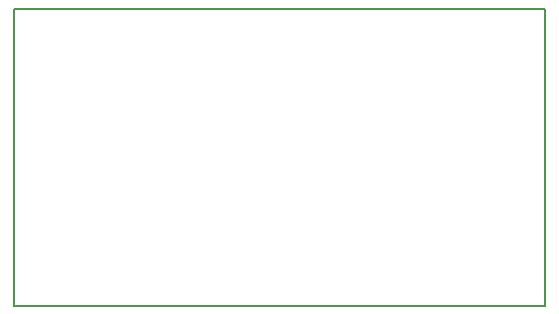
<source format=gbr>
G04 #@! TF.FileFunction,Profile,NP*
%FSLAX46Y46*%
G04 Gerber Fmt 4.6, Leading zero omitted, Abs format (unit mm)*
G04 Created by KiCad (PCBNEW 4.0.4-stable) date 01/06/17 20:42:19*
%MOMM*%
%LPD*%
G01*
G04 APERTURE LIST*
%ADD10C,0.100000*%
%ADD11C,0.150000*%
G04 APERTURE END LIST*
D10*
D11*
X38100000Y-111760000D02*
X83058000Y-111760000D01*
X83058000Y-86614000D02*
X83058000Y-111760000D01*
X38100000Y-86614000D02*
X38100000Y-111760000D01*
X83058000Y-86614000D02*
X38100000Y-86614000D01*
M02*

</source>
